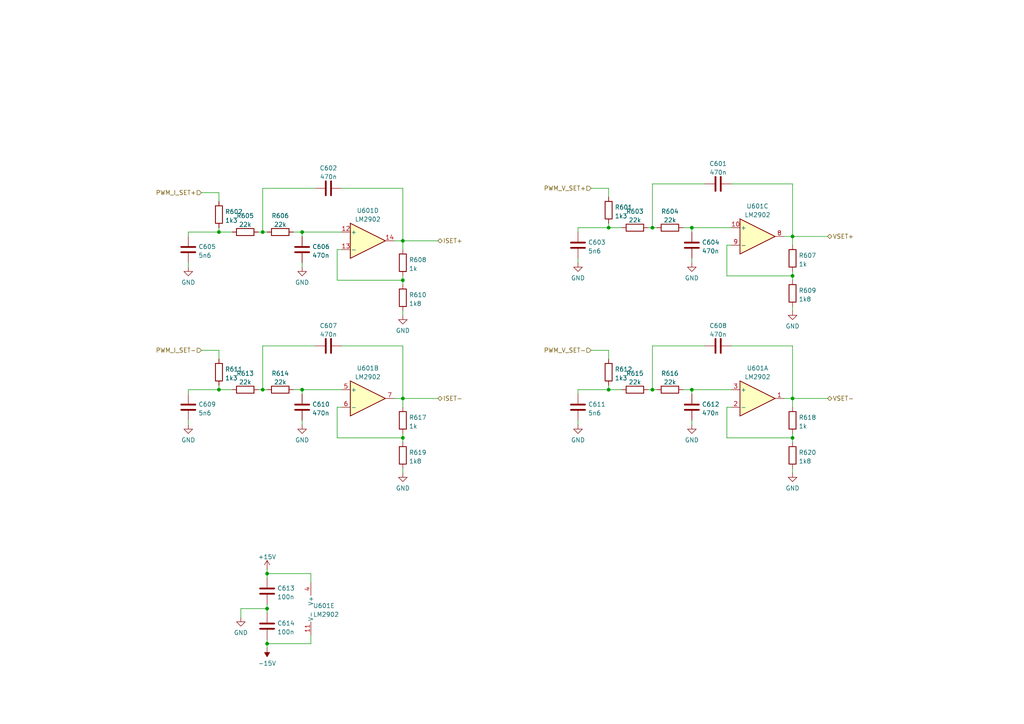
<source format=kicad_sch>
(kicad_sch (version 20211123) (generator eeschema)
  (paper "A4")
  (title_block (title "PWM Filters") (date "2022-11-27") (rev "Rev V1.0") (company "Synthron"))
  (lib_symbols
    (symbol "Amplifier_Operational:LM2902" (pin_names (offset 0.127))
      (property "Reference" "U" (at 0 5.08 0))
      (property "Value" "LM2902" (at 0 -5.08 0))
      (symbol "LM2902_1_1"
        (polyline (pts (xy -5.08 5.08) (xy 5.08 0) (xy -5.08 -5.08) (xy -5.08 5.08)) (stroke (width 0.254)) (fill (type background)))
        (pin output line (at 7.62 0 180) (length 2.54) (name "~") (number "1"))
        (pin input line (at -7.62 -2.54 0) (length 2.54) (name "-") (number "2"))
        (pin input line (at -7.62 2.54 0) (length 2.54) (name "+") (number "3"))
      )
      (symbol "LM2902_2_1"
        (polyline (pts (xy -5.08 5.08) (xy 5.08 0) (xy -5.08 -5.08) (xy -5.08 5.08)) (stroke (width 0.254)) (fill (type background)))
        (pin input line (at -7.62 2.54 0) (length 2.54) (name "+") (number "5"))
        (pin input line (at -7.62 -2.54 0) (length 2.54) (name "-") (number "6"))
        (pin output line (at 7.62 0 180) (length 2.54) (name "~") (number "7"))
      )
      (symbol "LM2902_3_1"
        (polyline (pts (xy -5.08 5.08) (xy 5.08 0) (xy -5.08 -5.08) (xy -5.08 5.08)) (stroke (width 0.254)) (fill (type background)))
        (pin input line (at -7.62 2.54 0) (length 2.54) (name "+") (number "10"))
        (pin output line (at 7.62 0 180) (length 2.54) (name "~") (number "8"))
        (pin input line (at -7.62 -2.54 0) (length 2.54) (name "-") (number "9"))
      )
      (symbol "LM2902_4_1"
        (polyline (pts (xy -5.08 5.08) (xy 5.08 0) (xy -5.08 -5.08) (xy -5.08 5.08)) (stroke (width 0.254)) (fill (type background)))
        (pin input line (at -7.62 2.54 0) (length 2.54) (name "+") (number "12"))
        (pin input line (at -7.62 -2.54 0) (length 2.54) (name "-") (number "13"))
        (pin output line (at 7.62 0 180) (length 2.54) (name "~") (number "14"))
      )
      (symbol "LM2902_5_1"
        (pin power_in line (at -2.54 -7.62 90) (length 3.81) (name "V-") (number "11"))
        (pin power_in line (at -2.54 7.62 270) (length 3.81) (name "V+") (number "4"))
      )
    )
    (symbol "Device:C" (pin_numbers hide) (pin_names (offset 0.254))
      (property "Reference" "C" (at 0.635 2.54 0))
      (property "Value" "C" (at 0.635 -2.54 0))
      (symbol "C_0_1"
        (polyline (pts (xy -2.032 -0.762) (xy 2.032 -0.762)) (stroke (width 0.508)))
        (polyline (pts (xy -2.032 0.762) (xy 2.032 0.762)) (stroke (width 0.508)))
      )
      (symbol "C_1_1"
        (pin passive line (at 0 3.81 270) (length 2.794) (name "~") (number "1"))
        (pin passive line (at 0 -3.81 90) (length 2.794) (name "~") (number "2"))
      )
    )
    (symbol "Device:R" (pin_numbers hide) (pin_names (offset 0))
      (property "Reference" "R" (at 2.032 0 90))
      (property "Value" "R" (at 0 0 90))
      (symbol "R_0_1"
        (rectangle (start -1.016 -2.54) (end 1.016 2.54) (stroke (width 0.254)))
      )
      (symbol "R_1_1"
        (pin passive line (at 0 3.81 270) (length 1.27) (name "~") (number "1"))
        (pin passive line (at 0 -3.81 90) (length 1.27) (name "~") (number "2"))
      )
    )
    (symbol "power:+15V" (power) (pin_names (offset 0))
      (property "Value" "+15V" (at 0 3.556 0))
      (symbol "+15V_0_1"
        (polyline (pts (xy -0.762 1.27) (xy 0 2.54)))
        (polyline (pts (xy 0 0) (xy 0 2.54)))
        (polyline (pts (xy 0 2.54) (xy 0.762 1.27)))
      )
      (symbol "+15V_1_1"
        (pin power_in line (at 0 0 90) (length 0) hide (name "+15V") (number "1"))
      )
    )
    (symbol "power:-15V" (power) (pin_names (offset 0))
      (property "Value" "-15V" (at 0 3.81 0))
      (symbol "-15V_0_0"
        (pin power_in line (at 0 0 90) (length 0) hide (name "-15V") (number "1"))
      )
      (symbol "-15V_0_1"
        (polyline (pts (xy 0 0) (xy 0 1.27) (xy 0.762 1.27) (xy 0 2.54) (xy -0.762 1.27) (xy 0 1.27)) (fill (type outline)))
      )
    )
    (symbol "power:GND" (power) (pin_names (offset 0))
      (property "Value" "GND" (at 0 -3.81 0))
      (symbol "GND_0_1"
        (polyline (pts (xy 0 0) (xy 0 -1.27) (xy 1.27 -1.27) (xy 0 -2.54) (xy -1.27 -1.27) (xy 0 -1.27)))
      )
      (symbol "GND_1_1"
        (pin power_in line (at 0 0 270) (length 0) hide (name "GND") (number "1"))
      )
    )
  )
  (junction (at 116.84 115.57))
  (junction (at 200.66 66.04))
  (junction (at 63.5 113.03))
  (junction (at 76.2 67.31))
  (junction (at 116.84 127))
  (junction (at 77.47 166.37))
  (junction (at 87.63 113.03))
  (junction (at 200.66 113.03))
  (junction (at 77.47 176.53))
  (junction (at 229.87 68.58))
  (junction (at 76.2 113.03))
  (junction (at 63.5 67.31))
  (junction (at 189.23 66.04))
  (junction (at 229.87 127))
  (junction (at 116.84 81.28))
  (junction (at 229.87 115.57))
  (junction (at 87.63 67.31))
  (junction (at 116.84 69.85))
  (junction (at 189.23 113.03))
  (junction (at 176.53 113.03))
  (junction (at 229.87 80.01))
  (junction (at 77.47 186.69))
  (junction (at 176.53 66.04))
  (wire (pts (xy 212.09 118.11) (xy 210.82 118.11)))
  (wire (pts (xy 54.61 68.58) (xy 54.61 67.31)))
  (wire (pts (xy 167.64 113.03) (xy 176.53 113.03)))
  (wire (pts (xy 99.06 100.33) (xy 116.84 100.33)))
  (wire (pts (xy 198.12 66.04) (xy 200.66 66.04)))
  (wire (pts (xy 189.23 66.04) (xy 190.5 66.04)))
  (wire (pts (xy 116.84 54.61) (xy 116.84 69.85)))
  (wire (pts (xy 97.79 127) (xy 116.84 127)))
  (wire (pts (xy 189.23 100.33) (xy 204.47 100.33)))
  (wire (pts (xy 176.53 101.6) (xy 176.53 104.14)))
  (wire (pts (xy 76.2 54.61) (xy 91.44 54.61)))
  (wire (pts (xy 87.63 67.31) (xy 99.06 67.31)))
  (wire (pts (xy 58.42 55.88) (xy 63.5 55.88)))
  (wire (pts (xy 99.06 72.39) (xy 97.79 72.39)))
  (wire (pts (xy 210.82 80.01) (xy 229.87 80.01)))
  (wire (pts (xy 187.96 113.03) (xy 189.23 113.03)))
  (wire (pts (xy 76.2 100.33) (xy 91.44 100.33)))
  (wire (pts (xy 63.5 101.6) (xy 63.5 104.14)))
  (wire (pts (xy 229.87 100.33) (xy 229.87 115.57)))
  (wire (pts (xy 116.84 115.57) (xy 114.3 115.57)))
  (wire (pts (xy 77.47 165.1) (xy 77.47 166.37)))
  (wire (pts (xy 200.66 121.92) (xy 200.66 123.19)))
  (wire (pts (xy 97.79 118.11) (xy 97.79 127)))
  (wire (pts (xy 167.64 121.92) (xy 167.64 123.19)))
  (wire (pts (xy 116.84 81.28) (xy 116.84 80.01)))
  (wire (pts (xy 176.53 66.04) (xy 180.34 66.04)))
  (wire (pts (xy 77.47 186.69) (xy 77.47 187.96)))
  (wire (pts (xy 116.84 127) (xy 116.84 128.27)))
  (wire (pts (xy 212.09 100.33) (xy 229.87 100.33)))
  (wire (pts (xy 176.53 54.61) (xy 176.53 57.15)))
  (wire (pts (xy 210.82 71.12) (xy 210.82 80.01)))
  (wire (pts (xy 167.64 114.3) (xy 167.64 113.03)))
  (wire (pts (xy 116.84 127) (xy 116.84 125.73)))
  (wire (pts (xy 229.87 80.01) (xy 229.87 78.74)))
  (wire (pts (xy 167.64 67.31) (xy 167.64 66.04)))
  (wire (pts (xy 87.63 113.03) (xy 87.63 114.3)))
  (wire (pts (xy 200.66 66.04) (xy 212.09 66.04)))
  (wire (pts (xy 77.47 166.37) (xy 77.47 167.64)))
  (wire (pts (xy 171.45 101.6) (xy 176.53 101.6)))
  (wire (pts (xy 116.84 115.57) (xy 127 115.57)))
  (wire (pts (xy 189.23 66.04) (xy 189.23 53.34)))
  (wire (pts (xy 63.5 55.88) (xy 63.5 58.42)))
  (wire (pts (xy 189.23 113.03) (xy 189.23 100.33)))
  (wire (pts (xy 116.84 135.89) (xy 116.84 137.16)))
  (wire (pts (xy 229.87 80.01) (xy 229.87 81.28)))
  (wire (pts (xy 116.84 90.17) (xy 116.84 91.44)))
  (wire (pts (xy 69.85 176.53) (xy 77.47 176.53)))
  (wire (pts (xy 58.42 101.6) (xy 63.5 101.6)))
  (wire (pts (xy 90.17 166.37) (xy 77.47 166.37)))
  (wire (pts (xy 116.84 81.28) (xy 116.84 82.55)))
  (wire (pts (xy 198.12 113.03) (xy 200.66 113.03)))
  (wire (pts (xy 200.66 113.03) (xy 200.66 114.3)))
  (wire (pts (xy 167.64 66.04) (xy 176.53 66.04)))
  (wire (pts (xy 116.84 118.11) (xy 116.84 115.57)))
  (wire (pts (xy 97.79 81.28) (xy 116.84 81.28)))
  (wire (pts (xy 171.45 54.61) (xy 176.53 54.61)))
  (wire (pts (xy 116.84 69.85) (xy 127 69.85)))
  (wire (pts (xy 76.2 67.31) (xy 76.2 54.61)))
  (wire (pts (xy 87.63 121.92) (xy 87.63 123.19)))
  (wire (pts (xy 229.87 68.58) (xy 240.03 68.58)))
  (wire (pts (xy 212.09 53.34) (xy 229.87 53.34)))
  (wire (pts (xy 97.79 72.39) (xy 97.79 81.28)))
  (wire (pts (xy 212.09 71.12) (xy 210.82 71.12)))
  (wire (pts (xy 76.2 67.31) (xy 77.47 67.31)))
  (wire (pts (xy 54.61 67.31) (xy 63.5 67.31)))
  (wire (pts (xy 76.2 113.03) (xy 77.47 113.03)))
  (wire (pts (xy 87.63 67.31) (xy 87.63 68.58)))
  (wire (pts (xy 77.47 176.53) (xy 77.47 175.26)))
  (wire (pts (xy 54.61 114.3) (xy 54.61 113.03)))
  (wire (pts (xy 54.61 76.2) (xy 54.61 77.47)))
  (wire (pts (xy 54.61 121.92) (xy 54.61 123.19)))
  (wire (pts (xy 90.17 168.91) (xy 90.17 166.37)))
  (wire (pts (xy 99.06 54.61) (xy 116.84 54.61)))
  (wire (pts (xy 116.84 100.33) (xy 116.84 115.57)))
  (wire (pts (xy 85.09 113.03) (xy 87.63 113.03)))
  (wire (pts (xy 200.66 74.93) (xy 200.66 76.2)))
  (wire (pts (xy 229.87 88.9) (xy 229.87 90.17)))
  (wire (pts (xy 87.63 76.2) (xy 87.63 77.47)))
  (wire (pts (xy 167.64 74.93) (xy 167.64 76.2)))
  (wire (pts (xy 229.87 71.12) (xy 229.87 68.58)))
  (wire (pts (xy 176.53 64.77) (xy 176.53 66.04)))
  (wire (pts (xy 77.47 186.69) (xy 77.47 185.42)))
  (wire (pts (xy 229.87 127) (xy 229.87 128.27)))
  (wire (pts (xy 229.87 135.89) (xy 229.87 137.16)))
  (wire (pts (xy 74.93 67.31) (xy 76.2 67.31)))
  (wire (pts (xy 63.5 66.04) (xy 63.5 67.31)))
  (wire (pts (xy 87.63 113.03) (xy 99.06 113.03)))
  (wire (pts (xy 229.87 53.34) (xy 229.87 68.58)))
  (wire (pts (xy 63.5 67.31) (xy 67.31 67.31)))
  (wire (pts (xy 229.87 68.58) (xy 227.33 68.58)))
  (wire (pts (xy 90.17 186.69) (xy 77.47 186.69)))
  (wire (pts (xy 63.5 111.76) (xy 63.5 113.03)))
  (wire (pts (xy 229.87 127) (xy 229.87 125.73)))
  (wire (pts (xy 85.09 67.31) (xy 87.63 67.31)))
  (wire (pts (xy 210.82 118.11) (xy 210.82 127)))
  (wire (pts (xy 69.85 179.07) (xy 69.85 176.53)))
  (wire (pts (xy 63.5 113.03) (xy 67.31 113.03)))
  (wire (pts (xy 189.23 113.03) (xy 190.5 113.03)))
  (wire (pts (xy 210.82 127) (xy 229.87 127)))
  (wire (pts (xy 189.23 53.34) (xy 204.47 53.34)))
  (wire (pts (xy 74.93 113.03) (xy 76.2 113.03)))
  (wire (pts (xy 200.66 66.04) (xy 200.66 67.31)))
  (wire (pts (xy 200.66 113.03) (xy 212.09 113.03)))
  (wire (pts (xy 229.87 115.57) (xy 227.33 115.57)))
  (wire (pts (xy 54.61 113.03) (xy 63.5 113.03)))
  (wire (pts (xy 76.2 113.03) (xy 76.2 100.33)))
  (wire (pts (xy 90.17 184.15) (xy 90.17 186.69)))
  (wire (pts (xy 99.06 118.11) (xy 97.79 118.11)))
  (wire (pts (xy 176.53 111.76) (xy 176.53 113.03)))
  (wire (pts (xy 116.84 72.39) (xy 116.84 69.85)))
  (wire (pts (xy 187.96 66.04) (xy 189.23 66.04)))
  (wire (pts (xy 229.87 115.57) (xy 240.03 115.57)))
  (wire (pts (xy 229.87 118.11) (xy 229.87 115.57)))
  (wire (pts (xy 176.53 113.03) (xy 180.34 113.03)))
  (wire (pts (xy 77.47 176.53) (xy 77.47 177.8)))
  (wire (pts (xy 116.84 69.85) (xy 114.3 69.85)))
  (hierarchical_label "ISET-" (shape bidirectional) (at 127 115.57 0))
  (hierarchical_label "PWM_I_SET+" (shape input) (at 58.42 55.88 180))
  (hierarchical_label "PWM_V_SET-" (shape input) (at 171.45 101.6 180))
  (hierarchical_label "PWM_I_SET-" (shape input) (at 58.42 101.6 180))
  (hierarchical_label "PWM_V_SET+" (shape input) (at 171.45 54.61 180))
  (hierarchical_label "VSET-" (shape bidirectional) (at 240.03 115.57 0))
  (hierarchical_label "VSET+" (shape bidirectional) (at 240.03 68.58 0))
  (hierarchical_label "ISET+" (shape bidirectional) (at 127 69.85 0))
  (symbol (lib_id "Device:C") (at 87.63 118.11 0) (unit 1)
    (property "Reference" "C610" (at 90.551 117.2753 0) (effects (justify left)))
    (property "Value" "470n" (at 90.551 119.8122 0) (effects (justify left)))
    (property "Footprint" "Capacitor_SMD:C_0805_2012Metric" (effects hide))
  )
  (symbol (lib_id "power:GND") (at 116.84 91.44 0) (unit 1)
    (property "Reference" "#PWR0606" (effects hide))
    (property "Value" "GND" (at 116.84 95.8834 0))
  )
  (symbol (lib_id "Device:R") (at 116.84 121.92 0) (unit 1)
    (property "Reference" "R617" (at 118.618 121.0853 0) (effects (justify left)))
    (property "Value" "1k" (at 118.618 123.6222 0) (effects (justify left)))
    (property "Footprint" "Resistor_SMD:R_0805_2012Metric" (effects hide))
  )
  (symbol (lib_id "Device:R") (at 194.31 113.03 90) (unit 1)
    (property "Reference" "R616" (at 194.31 108.3142 90))
    (property "Value" "22k" (at 194.31 110.8511 90))
    (property "Footprint" "Resistor_SMD:R_0805_2012Metric" (effects hide))
  )
  (symbol (lib_id "Device:C") (at 77.47 171.45 0) (unit 1)
    (property "Reference" "C613" (at 80.391 170.6153 0) (effects (justify left)))
    (property "Value" "100n" (at 80.391 173.1522 0) (effects (justify left)))
    (property "Footprint" "Capacitor_SMD:C_0805_2012Metric" (effects hide))
  )
  (symbol (lib_id "Device:C") (at 54.61 72.39 0) (unit 1)
    (property "Reference" "C605" (at 57.531 71.5553 0) (effects (justify left)))
    (property "Value" "5n6" (at 57.531 74.0922 0) (effects (justify left)))
    (property "Footprint" "Capacitor_SMD:C_0805_2012Metric" (effects hide))
  )
  (symbol (lib_id "Device:R") (at 81.28 67.31 90) (unit 1)
    (property "Reference" "R606" (at 81.28 62.5942 90))
    (property "Value" "22k" (at 81.28 65.1311 90))
    (property "Footprint" "Resistor_SMD:R_0805_2012Metric" (effects hide))
  )
  (symbol (lib_id "power:GND") (at 69.85 179.07 0) (unit 1)
    (property "Reference" "#PWR0614" (effects hide))
    (property "Value" "GND" (at 69.85 183.5134 0))
  )
  (symbol (lib_id "Device:C") (at 95.25 54.61 90) (unit 1)
    (property "Reference" "C602" (at 95.25 48.7512 90))
    (property "Value" "470n" (at 95.25 51.2881 90))
    (property "Footprint" "Capacitor_SMD:C_0805_2012Metric" (effects hide))
  )
  (symbol (lib_id "power:GND") (at 200.66 76.2 0) (unit 1)
    (property "Reference" "#PWR0602" (effects hide))
    (property "Value" "GND" (at 200.66 80.6434 0))
  )
  (symbol (lib_id "Device:R") (at 63.5 62.23 0) (unit 1)
    (property "Reference" "R602" (at 65.278 61.3953 0) (effects (justify left)))
    (property "Value" "1k3" (at 65.278 63.9322 0) (effects (justify left)))
    (property "Footprint" "Resistor_SMD:R_0805_2012Metric" (effects hide))
  )
  (symbol (lib_id "power:GND") (at 87.63 77.47 0) (unit 1)
    (property "Reference" "#PWR0604" (effects hide))
    (property "Value" "GND" (at 87.63 81.9134 0))
  )
  (symbol (lib_id "Device:C") (at 77.47 181.61 0) (unit 1)
    (property "Reference" "C614" (at 80.391 180.7753 0) (effects (justify left)))
    (property "Value" "100n" (at 80.391 183.3122 0) (effects (justify left)))
    (property "Footprint" "Capacitor_SMD:C_0805_2012Metric" (effects hide))
  )
  (symbol (lib_id "Device:C") (at 200.66 71.12 0) (unit 1)
    (property "Reference" "C604" (at 203.581 70.2853 0) (effects (justify left)))
    (property "Value" "470n" (at 203.581 72.8222 0) (effects (justify left)))
    (property "Footprint" "Capacitor_SMD:C_0805_2012Metric" (effects hide))
  )
  (symbol (lib_id "power:+15V") (at 77.47 165.1 0) (unit 1)
    (property "Reference" "#PWR0613" (effects hide))
    (property "Value" "+15V" (at 77.47 161.5242 0))
  )
  (symbol (lib_id "Device:C") (at 54.61 118.11 0) (unit 1)
    (property "Reference" "C609" (at 57.531 117.2753 0) (effects (justify left)))
    (property "Value" "5n6" (at 57.531 119.8122 0) (effects (justify left)))
    (property "Footprint" "Capacitor_SMD:C_0805_2012Metric" (effects hide))
  )
  (symbol (lib_id "Device:R") (at 184.15 113.03 90) (unit 1)
    (property "Reference" "R615" (at 184.15 108.3142 90))
    (property "Value" "22k" (at 184.15 110.8511 90))
    (property "Footprint" "Resistor_SMD:R_0805_2012Metric" (effects hide))
  )
  (symbol (lib_id "Device:C") (at 208.28 53.34 90) (unit 1)
    (property "Reference" "C601" (at 208.28 47.4812 90))
    (property "Value" "470n" (at 208.28 50.0181 90))
    (property "Footprint" "Capacitor_SMD:C_0805_2012Metric" (effects hide))
  )
  (symbol (lib_id "power:GND") (at 116.84 137.16 0) (unit 1)
    (property "Reference" "#PWR0611" (effects hide))
    (property "Value" "GND" (at 116.84 141.6034 0))
  )
  (symbol (lib_id "Device:R") (at 184.15 66.04 90) (unit 1)
    (property "Reference" "R603" (at 184.15 61.3242 90))
    (property "Value" "22k" (at 184.15 63.8611 90))
    (property "Footprint" "Resistor_SMD:R_0805_2012Metric" (effects hide))
  )
  (symbol (lib_id "Device:C") (at 208.28 100.33 90) (unit 1)
    (property "Reference" "C608" (at 208.28 94.4712 90))
    (property "Value" "470n" (at 208.28 97.0081 90))
    (property "Footprint" "Capacitor_SMD:C_0805_2012Metric" (effects hide))
  )
  (symbol (lib_id "power:GND") (at 229.87 90.17 0) (unit 1)
    (property "Reference" "#PWR0605" (effects hide))
    (property "Value" "GND" (at 229.87 94.6134 0))
  )
  (symbol (lib_id "power:GND") (at 54.61 77.47 0) (unit 1)
    (property "Reference" "#PWR0603" (effects hide))
    (property "Value" "GND" (at 54.61 81.9134 0))
  )
  (symbol (lib_id "power:GND") (at 54.61 123.19 0) (unit 1)
    (property "Reference" "#PWR0607" (effects hide))
    (property "Value" "GND" (at 54.61 127.6334 0))
  )
  (symbol (lib_id "Device:R") (at 116.84 132.08 0) (unit 1)
    (property "Reference" "R619" (at 118.618 131.2453 0) (effects (justify left)))
    (property "Value" "1k8" (at 118.618 133.7822 0) (effects (justify left)))
    (property "Footprint" "Resistor_SMD:R_0805_2012Metric" (effects hide))
  )
  (symbol (lib_id "Device:R") (at 71.12 113.03 90) (unit 1)
    (property "Reference" "R613" (at 71.12 108.3142 90))
    (property "Value" "22k" (at 71.12 110.8511 90))
    (property "Footprint" "Resistor_SMD:R_0805_2012Metric" (effects hide))
  )
  (symbol (lib_id "Amplifier_Operational:LM2902") (at 219.71 68.58 0) (unit 3)
    (property "Reference" "U601" (at 219.71 59.8002 0))
    (property "Value" "LM2902" (at 219.71 62.3371 0))
    (property "Footprint" "Package_SO:TSSOP-14_4.4x5mm_P0.65mm" (effects hide))
    (property "Datasheet" "http://www.ti.com/lit/ds/symlink/lm2902-n.pdf" (effects hide))
  )
  (symbol (lib_id "Device:R") (at 229.87 74.93 0) (unit 1)
    (property "Reference" "R607" (at 231.648 74.0953 0) (effects (justify left)))
    (property "Value" "1k" (at 231.648 76.6322 0) (effects (justify left)))
    (property "Footprint" "Resistor_SMD:R_0805_2012Metric" (effects hide))
  )
  (symbol (lib_id "Device:R") (at 194.31 66.04 90) (unit 1)
    (property "Reference" "R604" (at 194.31 61.3242 90))
    (property "Value" "22k" (at 194.31 63.8611 90))
    (property "Footprint" "Resistor_SMD:R_0805_2012Metric" (effects hide))
  )
  (symbol (lib_id "Device:R") (at 229.87 121.92 0) (unit 1)
    (property "Reference" "R618" (at 231.648 121.0853 0) (effects (justify left)))
    (property "Value" "1k" (at 231.648 123.6222 0) (effects (justify left)))
    (property "Footprint" "Resistor_SMD:R_0805_2012Metric" (effects hide))
  )
  (symbol (lib_id "Device:R") (at 229.87 85.09 0) (unit 1)
    (property "Reference" "R609" (at 231.648 84.2553 0) (effects (justify left)))
    (property "Value" "1k8" (at 231.648 86.7922 0) (effects (justify left)))
    (property "Footprint" "Resistor_SMD:R_0805_2012Metric" (effects hide))
  )
  (symbol (lib_id "Device:R") (at 116.84 76.2 0) (unit 1)
    (property "Reference" "R608" (at 118.618 75.3653 0) (effects (justify left)))
    (property "Value" "1k" (at 118.618 77.9022 0) (effects (justify left)))
    (property "Footprint" "Resistor_SMD:R_0805_2012Metric" (effects hide))
  )
  (symbol (lib_id "Device:R") (at 176.53 60.96 0) (unit 1)
    (property "Reference" "R601" (at 178.308 60.1253 0) (effects (justify left)))
    (property "Value" "1k3" (at 178.308 62.6622 0) (effects (justify left)))
    (property "Footprint" "Resistor_SMD:R_0805_2012Metric" (effects hide))
  )
  (symbol (lib_id "Device:R") (at 116.84 86.36 0) (unit 1)
    (property "Reference" "R610" (at 118.618 85.5253 0) (effects (justify left)))
    (property "Value" "1k8" (at 118.618 88.0622 0) (effects (justify left)))
    (property "Footprint" "Resistor_SMD:R_0805_2012Metric" (effects hide))
  )
  (symbol (lib_id "power:GND") (at 167.64 76.2 0) (unit 1)
    (property "Reference" "#PWR0601" (effects hide))
    (property "Value" "GND" (at 167.64 80.6434 0))
  )
  (symbol (lib_id "power:GND") (at 167.64 123.19 0) (unit 1)
    (property "Reference" "#PWR0609" (effects hide))
    (property "Value" "GND" (at 167.64 127.6334 0))
  )
  (symbol (lib_id "Device:R") (at 71.12 67.31 90) (unit 1)
    (property "Reference" "R605" (at 71.12 62.5942 90))
    (property "Value" "22k" (at 71.12 65.1311 90))
    (property "Footprint" "Resistor_SMD:R_0805_2012Metric" (effects hide))
  )
  (symbol (lib_id "Device:R") (at 81.28 113.03 90) (unit 1)
    (property "Reference" "R614" (at 81.28 108.3142 90))
    (property "Value" "22k" (at 81.28 110.8511 90))
    (property "Footprint" "Resistor_SMD:R_0805_2012Metric" (effects hide))
  )
  (symbol (lib_id "Device:C") (at 95.25 100.33 90) (unit 1)
    (property "Reference" "C607" (at 95.25 94.4712 90))
    (property "Value" "470n" (at 95.25 97.0081 90))
    (property "Footprint" "Capacitor_SMD:C_0805_2012Metric" (effects hide))
  )
  (symbol (lib_id "Device:C") (at 167.64 118.11 0) (unit 1)
    (property "Reference" "C611" (at 170.561 117.2753 0) (effects (justify left)))
    (property "Value" "5n6" (at 170.561 119.8122 0) (effects (justify left)))
    (property "Footprint" "Capacitor_SMD:C_0805_2012Metric" (effects hide))
  )
  (symbol (lib_id "power:GND") (at 87.63 123.19 0) (unit 1)
    (property "Reference" "#PWR0608" (effects hide))
    (property "Value" "GND" (at 87.63 127.6334 0))
  )
  (symbol (lib_id "Amplifier_Operational:LM2902") (at 219.71 115.57 0) (unit 1)
    (property "Reference" "U601" (at 219.71 106.7902 0))
    (property "Value" "LM2902" (at 219.71 109.3271 0))
    (property "Footprint" "Package_SO:TSSOP-14_4.4x5mm_P0.65mm" (effects hide))
    (property "Datasheet" "http://www.ti.com/lit/ds/symlink/lm2902-n.pdf" (effects hide))
  )
  (symbol (lib_id "power:GND") (at 229.87 137.16 0) (unit 1)
    (property "Reference" "#PWR0612" (effects hide))
    (property "Value" "GND" (at 229.87 141.6034 0))
  )
  (symbol (lib_id "Device:C") (at 200.66 118.11 0) (unit 1)
    (property "Reference" "C612" (at 203.581 117.2753 0) (effects (justify left)))
    (property "Value" "470n" (at 203.581 119.8122 0) (effects (justify left)))
    (property "Footprint" "Capacitor_SMD:C_0805_2012Metric" (effects hide))
  )
  (symbol (lib_id "power:GND") (at 200.66 123.19 0) (unit 1)
    (property "Reference" "#PWR0610" (effects hide))
    (property "Value" "GND" (at 200.66 127.6334 0))
  )
  (symbol (lib_id "Amplifier_Operational:LM2902") (at 106.68 69.85 0) (unit 4)
    (property "Reference" "U601" (at 106.68 61.0702 0))
    (property "Value" "LM2902" (at 106.68 63.6071 0))
    (property "Footprint" "Package_SO:TSSOP-14_4.4x5mm_P0.65mm" (effects hide))
    (property "Datasheet" "http://www.ti.com/lit/ds/symlink/lm2902-n.pdf" (effects hide))
  )
  (symbol (lib_id "power:-15V") (at 77.47 187.96 0) (mirror x) (unit 1)
    (property "Reference" "#PWR0615" (effects hide))
    (property "Value" "-15V" (at 77.47 192.4034 0))
  )
  (symbol (lib_id "Device:R") (at 63.5 107.95 0) (unit 1)
    (property "Reference" "R611" (at 65.278 107.1153 0) (effects (justify left)))
    (property "Value" "1k3" (at 65.278 109.6522 0) (effects (justify left)))
    (property "Footprint" "Resistor_SMD:R_0805_2012Metric" (effects hide))
  )
  (symbol (lib_id "Device:R") (at 229.87 132.08 0) (unit 1)
    (property "Reference" "R620" (at 231.648 131.2453 0) (effects (justify left)))
    (property "Value" "1k8" (at 231.648 133.7822 0) (effects (justify left)))
    (property "Footprint" "Resistor_SMD:R_0805_2012Metric" (effects hide))
  )
  (symbol (lib_id "Amplifier_Operational:LM2902") (at 92.71 176.53 0) (unit 5)
    (property "Reference" "U601" (at 90.805 175.6953 0) (effects (justify left)))
    (property "Value" "LM2902" (at 90.805 178.2322 0) (effects (justify left)))
    (property "Footprint" "Package_SO:TSSOP-14_4.4x5mm_P0.65mm" (effects hide))
    (property "Datasheet" "http://www.ti.com/lit/ds/symlink/lm2902-n.pdf" (effects hide))
  )
  (symbol (lib_id "Device:R") (at 176.53 107.95 0) (unit 1)
    (property "Reference" "R612" (at 178.308 107.1153 0) (effects (justify left)))
    (property "Value" "1k3" (at 178.308 109.6522 0) (effects (justify left)))
    (property "Footprint" "Resistor_SMD:R_0805_2012Metric" (effects hide))
  )
  (symbol (lib_id "Device:C") (at 87.63 72.39 0) (unit 1)
    (property "Reference" "C606" (at 90.551 71.5553 0) (effects (justify left)))
    (property "Value" "470n" (at 90.551 74.0922 0) (effects (justify left)))
    (property "Footprint" "Capacitor_SMD:C_0805_2012Metric" (effects hide))
  )
  (symbol (lib_id "Amplifier_Operational:LM2902") (at 106.68 115.57 0) (unit 2)
    (property "Reference" "U601" (at 106.68 106.7902 0))
    (property "Value" "LM2902" (at 106.68 109.3271 0))
    (property "Footprint" "Package_SO:TSSOP-14_4.4x5mm_P0.65mm" (effects hide))
    (property "Datasheet" "http://www.ti.com/lit/ds/symlink/lm2902-n.pdf" (effects hide))
  )
  (symbol (lib_id "Device:C") (at 167.64 71.12 0) (unit 1)
    (property "Reference" "C603" (at 170.561 70.2853 0) (effects (justify left)))
    (property "Value" "5n6" (at 170.561 72.8222 0) (effects (justify left)))
    (property "Footprint" "Capacitor_SMD:C_0805_2012Metric" (effects hide))
  )
)
</source>
